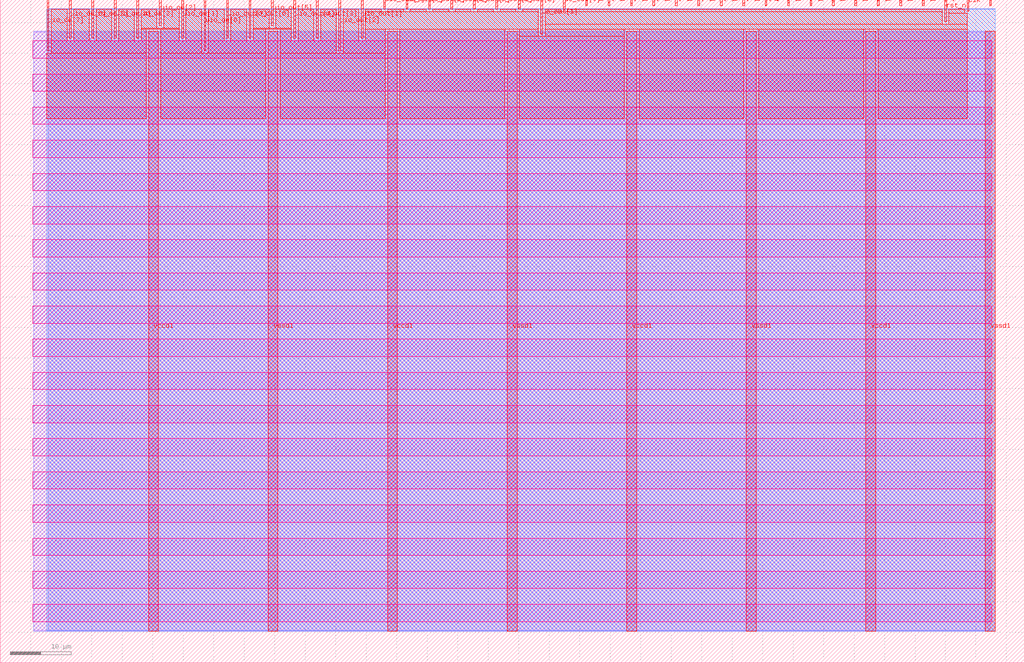
<source format=lef>
VERSION 5.7 ;
  NOWIREEXTENSIONATPIN ON ;
  DIVIDERCHAR "/" ;
  BUSBITCHARS "[]" ;
MACRO tt_um_thorkn_vgaclock
  CLASS BLOCK ;
  FOREIGN tt_um_thorkn_vgaclock ;
  ORIGIN 0.000 0.000 ;
  SIZE 167.900 BY 108.800 ;
  PIN clk
    DIRECTION INPUT ;
    USE SIGNAL ;
    PORT
      LAYER met4 ;
        RECT 158.550 106.950 158.850 108.800 ;
    END
  END clk
  PIN ena
    DIRECTION INPUT ;
    USE SIGNAL ;
    PORT
      LAYER met4 ;
        RECT 162.230 107.800 162.530 108.800 ;
    END
  END ena
  PIN rst_n
    DIRECTION INPUT ;
    USE SIGNAL ;
    PORT
      LAYER met4 ;
        RECT 154.870 105.220 155.170 108.800 ;
    END
  END rst_n
  PIN ui_in[0]
    DIRECTION INPUT ;
    USE SIGNAL ;
    PORT
      LAYER met4 ;
        RECT 151.190 107.800 151.490 108.800 ;
    END
  END ui_in[0]
  PIN ui_in[1]
    DIRECTION INPUT ;
    USE SIGNAL ;
    PORT
      LAYER met4 ;
        RECT 147.510 107.800 147.810 108.800 ;
    END
  END ui_in[1]
  PIN ui_in[2]
    DIRECTION INPUT ;
    USE SIGNAL ;
    PORT
      LAYER met4 ;
        RECT 143.830 107.800 144.130 108.800 ;
    END
  END ui_in[2]
  PIN ui_in[3]
    DIRECTION INPUT ;
    USE SIGNAL ;
    PORT
      LAYER met4 ;
        RECT 140.150 107.800 140.450 108.800 ;
    END
  END ui_in[3]
  PIN ui_in[4]
    DIRECTION INPUT ;
    USE SIGNAL ;
    PORT
      LAYER met4 ;
        RECT 136.470 107.800 136.770 108.800 ;
    END
  END ui_in[4]
  PIN ui_in[5]
    DIRECTION INPUT ;
    USE SIGNAL ;
    PORT
      LAYER met4 ;
        RECT 132.790 107.800 133.090 108.800 ;
    END
  END ui_in[5]
  PIN ui_in[6]
    DIRECTION INPUT ;
    USE SIGNAL ;
    PORT
      LAYER met4 ;
        RECT 129.110 107.800 129.410 108.800 ;
    END
  END ui_in[6]
  PIN ui_in[7]
    DIRECTION INPUT ;
    USE SIGNAL ;
    PORT
      LAYER met4 ;
        RECT 125.430 107.800 125.730 108.800 ;
    END
  END ui_in[7]
  PIN uio_in[0]
    DIRECTION INPUT ;
    USE SIGNAL ;
    PORT
      LAYER met4 ;
        RECT 121.750 107.800 122.050 108.800 ;
    END
  END uio_in[0]
  PIN uio_in[1]
    DIRECTION INPUT ;
    USE SIGNAL ;
    PORT
      LAYER met4 ;
        RECT 118.070 107.800 118.370 108.800 ;
    END
  END uio_in[1]
  PIN uio_in[2]
    DIRECTION INPUT ;
    USE SIGNAL ;
    PORT
      LAYER met4 ;
        RECT 114.390 107.800 114.690 108.800 ;
    END
  END uio_in[2]
  PIN uio_in[3]
    DIRECTION INPUT ;
    USE SIGNAL ;
    PORT
      LAYER met4 ;
        RECT 110.710 107.800 111.010 108.800 ;
    END
  END uio_in[3]
  PIN uio_in[4]
    DIRECTION INPUT ;
    USE SIGNAL ;
    PORT
      LAYER met4 ;
        RECT 107.030 107.800 107.330 108.800 ;
    END
  END uio_in[4]
  PIN uio_in[5]
    DIRECTION INPUT ;
    USE SIGNAL ;
    PORT
      LAYER met4 ;
        RECT 103.350 107.800 103.650 108.800 ;
    END
  END uio_in[5]
  PIN uio_in[6]
    DIRECTION INPUT ;
    USE SIGNAL ;
    PORT
      LAYER met4 ;
        RECT 99.670 107.800 99.970 108.800 ;
    END
  END uio_in[6]
  PIN uio_in[7]
    DIRECTION INPUT ;
    USE SIGNAL ;
    PORT
      LAYER met4 ;
        RECT 95.990 107.800 96.290 108.800 ;
    END
  END uio_in[7]
  PIN uio_oe[0]
    DIRECTION OUTPUT TRISTATE ;
    USE SIGNAL ;
    PORT
      LAYER met4 ;
        RECT 33.430 100.460 33.730 108.800 ;
    END
  END uio_oe[0]
  PIN uio_oe[1]
    DIRECTION OUTPUT TRISTATE ;
    USE SIGNAL ;
    PORT
      LAYER met4 ;
        RECT 29.750 102.500 30.050 108.800 ;
    END
  END uio_oe[1]
  PIN uio_oe[2]
    DIRECTION OUTPUT TRISTATE ;
    USE SIGNAL ;
    PORT
      LAYER met4 ;
        RECT 26.070 104.540 26.370 108.800 ;
    END
  END uio_oe[2]
  PIN uio_oe[3]
    DIRECTION OUTPUT TRISTATE ;
    USE SIGNAL ;
    PORT
      LAYER met4 ;
        RECT 22.390 102.500 22.690 108.800 ;
    END
  END uio_oe[3]
  PIN uio_oe[4]
    DIRECTION OUTPUT TRISTATE ;
    USE SIGNAL ;
    PORT
      LAYER met4 ;
        RECT 18.710 102.500 19.010 108.800 ;
    END
  END uio_oe[4]
  PIN uio_oe[5]
    DIRECTION OUTPUT TRISTATE ;
    USE SIGNAL ;
    PORT
      LAYER met4 ;
        RECT 15.030 102.500 15.330 108.800 ;
    END
  END uio_oe[5]
  PIN uio_oe[6]
    DIRECTION OUTPUT TRISTATE ;
    USE SIGNAL ;
    PORT
      LAYER met4 ;
        RECT 11.350 102.500 11.650 108.800 ;
    END
  END uio_oe[6]
  PIN uio_oe[7]
    DIRECTION OUTPUT TRISTATE ;
    USE SIGNAL ;
    PORT
      LAYER met4 ;
        RECT 7.670 100.460 7.970 108.800 ;
    END
  END uio_oe[7]
  PIN uio_out[0]
    DIRECTION OUTPUT TRISTATE ;
    USE SIGNAL ;
    PORT
      LAYER met4 ;
        RECT 62.870 107.260 63.170 108.800 ;
    END
  END uio_out[0]
  PIN uio_out[1]
    DIRECTION OUTPUT TRISTATE ;
    USE SIGNAL ;
    PORT
      LAYER met4 ;
        RECT 59.190 102.500 59.490 108.800 ;
    END
  END uio_out[1]
  PIN uio_out[2]
    DIRECTION OUTPUT TRISTATE ;
    USE SIGNAL ;
    PORT
      LAYER met4 ;
        RECT 55.510 100.460 55.810 108.800 ;
    END
  END uio_out[2]
  PIN uio_out[3]
    DIRECTION OUTPUT TRISTATE ;
    USE SIGNAL ;
    PORT
      LAYER met4 ;
        RECT 51.830 102.500 52.130 108.800 ;
    END
  END uio_out[3]
  PIN uio_out[4]
    DIRECTION OUTPUT TRISTATE ;
    USE SIGNAL ;
    PORT
      LAYER met4 ;
        RECT 48.150 102.500 48.450 108.800 ;
    END
  END uio_out[4]
  PIN uio_out[5]
    DIRECTION OUTPUT TRISTATE ;
    USE SIGNAL ;
    PORT
      LAYER met4 ;
        RECT 44.470 104.540 44.770 108.800 ;
    END
  END uio_out[5]
  PIN uio_out[6]
    DIRECTION OUTPUT TRISTATE ;
    USE SIGNAL ;
    PORT
      LAYER met4 ;
        RECT 40.790 102.500 41.090 108.800 ;
    END
  END uio_out[6]
  PIN uio_out[7]
    DIRECTION OUTPUT TRISTATE ;
    USE SIGNAL ;
    PORT
      LAYER met4 ;
        RECT 37.110 102.500 37.410 108.800 ;
    END
  END uio_out[7]
  PIN uo_out[0]
    DIRECTION OUTPUT TRISTATE ;
    USE SIGNAL ;
    PORT
      LAYER met4 ;
        RECT 92.310 107.260 92.610 108.800 ;
    END
  END uo_out[0]
  PIN uo_out[1]
    DIRECTION OUTPUT TRISTATE ;
    USE SIGNAL ;
    PORT
      LAYER met4 ;
        RECT 88.630 103.180 88.930 108.800 ;
    END
  END uo_out[1]
  PIN uo_out[2]
    DIRECTION OUTPUT TRISTATE ;
    USE SIGNAL ;
    PORT
      LAYER met4 ;
        RECT 84.950 107.260 85.250 108.800 ;
    END
  END uo_out[2]
  PIN uo_out[3]
    DIRECTION OUTPUT TRISTATE ;
    USE SIGNAL ;
    PORT
      LAYER met4 ;
        RECT 81.270 107.260 81.570 108.800 ;
    END
  END uo_out[3]
  PIN uo_out[4]
    DIRECTION OUTPUT TRISTATE ;
    USE SIGNAL ;
    PORT
      LAYER met4 ;
        RECT 77.590 107.260 77.890 108.800 ;
    END
  END uo_out[4]
  PIN uo_out[5]
    DIRECTION OUTPUT TRISTATE ;
    USE SIGNAL ;
    PORT
      LAYER met4 ;
        RECT 73.910 107.260 74.210 108.800 ;
    END
  END uo_out[5]
  PIN uo_out[6]
    DIRECTION OUTPUT TRISTATE ;
    USE SIGNAL ;
    PORT
      LAYER met4 ;
        RECT 70.230 107.260 70.530 108.800 ;
    END
  END uo_out[6]
  PIN uo_out[7]
    DIRECTION OUTPUT TRISTATE ;
    USE SIGNAL ;
    PORT
      LAYER met4 ;
        RECT 66.550 107.260 66.850 108.800 ;
    END
  END uo_out[7]
  PIN vccd1
    DIRECTION INOUT ;
    USE POWER ;
    PORT
      LAYER met4 ;
        RECT 24.325 5.200 25.925 103.600 ;
    END
    PORT
      LAYER met4 ;
        RECT 63.535 5.200 65.135 103.600 ;
    END
    PORT
      LAYER met4 ;
        RECT 102.745 5.200 104.345 103.600 ;
    END
    PORT
      LAYER met4 ;
        RECT 141.955 5.200 143.555 103.600 ;
    END
  END vccd1
  PIN vssd1
    DIRECTION INOUT ;
    USE GROUND ;
    PORT
      LAYER met4 ;
        RECT 43.930 5.200 45.530 103.600 ;
    END
    PORT
      LAYER met4 ;
        RECT 83.140 5.200 84.740 103.600 ;
    END
    PORT
      LAYER met4 ;
        RECT 122.350 5.200 123.950 103.600 ;
    END
    PORT
      LAYER met4 ;
        RECT 161.560 5.200 163.160 103.600 ;
    END
  END vssd1
  OBS
      LAYER nwell ;
        RECT 5.330 99.225 162.570 102.055 ;
        RECT 5.330 93.785 162.570 96.615 ;
        RECT 5.330 88.345 162.570 91.175 ;
        RECT 5.330 82.905 162.570 85.735 ;
        RECT 5.330 77.465 162.570 80.295 ;
        RECT 5.330 72.025 162.570 74.855 ;
        RECT 5.330 66.585 162.570 69.415 ;
        RECT 5.330 61.145 162.570 63.975 ;
        RECT 5.330 55.705 162.570 58.535 ;
        RECT 5.330 50.265 162.570 53.095 ;
        RECT 5.330 44.825 162.570 47.655 ;
        RECT 5.330 39.385 162.570 42.215 ;
        RECT 5.330 33.945 162.570 36.775 ;
        RECT 5.330 28.505 162.570 31.335 ;
        RECT 5.330 23.065 162.570 25.895 ;
        RECT 5.330 17.625 162.570 20.455 ;
        RECT 5.330 12.185 162.570 15.015 ;
        RECT 5.330 6.745 162.570 9.575 ;
      LAYER li1 ;
        RECT 5.520 5.355 162.380 103.445 ;
      LAYER met1 ;
        RECT 5.520 5.200 163.160 103.600 ;
      LAYER met2 ;
        RECT 7.910 5.255 163.130 107.285 ;
      LAYER met3 ;
        RECT 7.630 5.275 163.150 107.265 ;
      LAYER met4 ;
        RECT 8.370 102.100 10.950 107.265 ;
        RECT 12.050 102.100 14.630 107.265 ;
        RECT 15.730 102.100 18.310 107.265 ;
        RECT 19.410 102.100 21.990 107.265 ;
        RECT 23.090 104.140 25.670 107.265 ;
        RECT 26.770 104.140 29.350 107.265 ;
        RECT 23.090 104.000 29.350 104.140 ;
        RECT 23.090 102.100 23.925 104.000 ;
        RECT 8.370 100.060 23.925 102.100 ;
        RECT 7.655 89.255 23.925 100.060 ;
        RECT 26.325 102.100 29.350 104.000 ;
        RECT 30.450 102.100 33.030 107.265 ;
        RECT 26.325 100.060 33.030 102.100 ;
        RECT 34.130 102.100 36.710 107.265 ;
        RECT 37.810 102.100 40.390 107.265 ;
        RECT 41.490 104.140 44.070 107.265 ;
        RECT 45.170 104.140 47.750 107.265 ;
        RECT 41.490 104.000 47.750 104.140 ;
        RECT 41.490 102.100 43.530 104.000 ;
        RECT 34.130 100.060 43.530 102.100 ;
        RECT 26.325 89.255 43.530 100.060 ;
        RECT 45.930 102.100 47.750 104.000 ;
        RECT 48.850 102.100 51.430 107.265 ;
        RECT 52.530 102.100 55.110 107.265 ;
        RECT 45.930 100.060 55.110 102.100 ;
        RECT 56.210 102.100 58.790 107.265 ;
        RECT 59.890 106.860 62.470 107.265 ;
        RECT 63.570 106.860 66.150 107.265 ;
        RECT 67.250 106.860 69.830 107.265 ;
        RECT 70.930 106.860 73.510 107.265 ;
        RECT 74.610 106.860 77.190 107.265 ;
        RECT 78.290 106.860 80.870 107.265 ;
        RECT 81.970 106.860 84.550 107.265 ;
        RECT 85.650 106.860 88.230 107.265 ;
        RECT 59.890 104.000 88.230 106.860 ;
        RECT 59.890 102.100 63.135 104.000 ;
        RECT 56.210 100.060 63.135 102.100 ;
        RECT 45.930 89.255 63.135 100.060 ;
        RECT 65.535 89.255 82.740 104.000 ;
        RECT 85.140 102.780 88.230 104.000 ;
        RECT 89.330 106.860 91.910 107.265 ;
        RECT 93.010 106.860 154.470 107.265 ;
        RECT 89.330 104.820 154.470 106.860 ;
        RECT 155.570 106.550 158.150 107.265 ;
        RECT 155.570 104.820 158.550 106.550 ;
        RECT 89.330 104.000 158.550 104.820 ;
        RECT 89.330 102.780 102.345 104.000 ;
        RECT 85.140 89.255 102.345 102.780 ;
        RECT 104.745 89.255 121.950 104.000 ;
        RECT 124.350 89.255 141.555 104.000 ;
        RECT 143.955 89.255 158.550 104.000 ;
  END
END tt_um_thorkn_vgaclock
END LIBRARY


</source>
